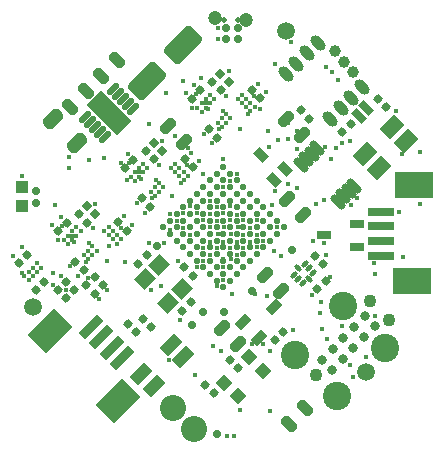
<source format=gts>
G04*
G04 #@! TF.GenerationSoftware,Altium Limited,Altium Designer,20.0.13 (296)*
G04*
G04 Layer_Color=8388736*
%FSLAX44Y44*%
%MOMM*%
G71*
G01*
G75*
%ADD49C,0.8000*%
G04:AMPARAMS|DCode=52|XSize=0.6032mm|YSize=0.7032mm|CornerRadius=0.1516mm|HoleSize=0mm|Usage=FLASHONLY|Rotation=45.000|XOffset=0mm|YOffset=0mm|HoleType=Round|Shape=RoundedRectangle|*
%AMROUNDEDRECTD52*
21,1,0.6032,0.4000,0,0,45.0*
21,1,0.3000,0.7032,0,0,45.0*
1,1,0.3032,0.2475,-0.0354*
1,1,0.3032,0.0354,-0.2475*
1,1,0.3032,-0.2475,0.0354*
1,1,0.3032,-0.0354,0.2475*
%
%ADD52ROUNDEDRECTD52*%
G04:AMPARAMS|DCode=53|XSize=0.9032mm|YSize=1.4532mm|CornerRadius=0.2766mm|HoleSize=0mm|Usage=FLASHONLY|Rotation=135.000|XOffset=0mm|YOffset=0mm|HoleType=Round|Shape=RoundedRectangle|*
%AMROUNDEDRECTD53*
21,1,0.9032,0.9000,0,0,135.0*
21,1,0.3500,1.4532,0,0,135.0*
1,1,0.5532,0.1945,0.4419*
1,1,0.5532,0.4419,0.1945*
1,1,0.5532,-0.1945,-0.4419*
1,1,0.5532,-0.4419,-0.1945*
%
%ADD53ROUNDEDRECTD53*%
G04:AMPARAMS|DCode=54|XSize=0.6032mm|YSize=0.7032mm|CornerRadius=0.1516mm|HoleSize=0mm|Usage=FLASHONLY|Rotation=180.000|XOffset=0mm|YOffset=0mm|HoleType=Round|Shape=RoundedRectangle|*
%AMROUNDEDRECTD54*
21,1,0.6032,0.4000,0,0,180.0*
21,1,0.3000,0.7032,0,0,180.0*
1,1,0.3032,-0.1500,0.2000*
1,1,0.3032,0.1500,0.2000*
1,1,0.3032,0.1500,-0.2000*
1,1,0.3032,-0.1500,-0.2000*
%
%ADD54ROUNDEDRECTD54*%
G04:AMPARAMS|DCode=55|XSize=0.6032mm|YSize=0.7032mm|CornerRadius=0.1516mm|HoleSize=0mm|Usage=FLASHONLY|Rotation=315.000|XOffset=0mm|YOffset=0mm|HoleType=Round|Shape=RoundedRectangle|*
%AMROUNDEDRECTD55*
21,1,0.6032,0.4000,0,0,315.0*
21,1,0.3000,0.7032,0,0,315.0*
1,1,0.3032,-0.0354,-0.2475*
1,1,0.3032,-0.2475,-0.0354*
1,1,0.3032,0.0354,0.2475*
1,1,0.3032,0.2475,0.0354*
%
%ADD55ROUNDEDRECTD55*%
%ADD56P,1.4187X4X360.0*%
%ADD57C,0.7032*%
G04:AMPARAMS|DCode=58|XSize=0.9032mm|YSize=1.4532mm|CornerRadius=0.2766mm|HoleSize=0mm|Usage=FLASHONLY|Rotation=45.000|XOffset=0mm|YOffset=0mm|HoleType=Round|Shape=RoundedRectangle|*
%AMROUNDEDRECTD58*
21,1,0.9032,0.9000,0,0,45.0*
21,1,0.3500,1.4532,0,0,45.0*
1,1,0.5532,0.4419,-0.1945*
1,1,0.5532,0.1945,-0.4419*
1,1,0.5532,-0.4419,0.1945*
1,1,0.5532,-0.1945,0.4419*
%
%ADD58ROUNDEDRECTD58*%
%ADD59C,0.5532*%
G04:AMPARAMS|DCode=60|XSize=0.4032mm|YSize=0.7032mm|CornerRadius=0.1516mm|HoleSize=0mm|Usage=FLASHONLY|Rotation=315.000|XOffset=0mm|YOffset=0mm|HoleType=Round|Shape=RoundedRectangle|*
%AMROUNDEDRECTD60*
21,1,0.4032,0.4000,0,0,315.0*
21,1,0.1000,0.7032,0,0,315.0*
1,1,0.3032,-0.1061,-0.1768*
1,1,0.3032,-0.1768,-0.1061*
1,1,0.3032,0.1061,0.1768*
1,1,0.3032,0.1768,0.1061*
%
%ADD60ROUNDEDRECTD60*%
G04:AMPARAMS|DCode=61|XSize=0.4032mm|YSize=0.7032mm|CornerRadius=0.1516mm|HoleSize=0mm|Usage=FLASHONLY|Rotation=45.000|XOffset=0mm|YOffset=0mm|HoleType=Round|Shape=RoundedRectangle|*
%AMROUNDEDRECTD61*
21,1,0.4032,0.4000,0,0,45.0*
21,1,0.1000,0.7032,0,0,45.0*
1,1,0.3032,0.1768,-0.1061*
1,1,0.3032,0.1061,-0.1768*
1,1,0.3032,-0.1768,0.1061*
1,1,0.3032,-0.1061,0.1768*
%
%ADD61ROUNDEDRECTD61*%
G04:AMPARAMS|DCode=62|XSize=0.8032mm|YSize=1.2532mm|CornerRadius=0mm|HoleSize=0mm|Usage=FLASHONLY|Rotation=135.000|XOffset=0mm|YOffset=0mm|HoleType=Round|Shape=Rectangle|*
%AMROTATEDRECTD62*
4,1,4,0.7271,0.1591,-0.1591,-0.7271,-0.7271,-0.1591,0.1591,0.7271,0.7271,0.1591,0.0*
%
%ADD62ROTATEDRECTD62*%

%ADD63C,0.5032*%
%ADD64C,0.4032*%
%ADD65C,1.5000*%
G04:AMPARAMS|DCode=66|XSize=0.7032mm|YSize=1.5532mm|CornerRadius=0mm|HoleSize=0mm|Usage=FLASHONLY|Rotation=45.000|XOffset=0mm|YOffset=0mm|HoleType=Round|Shape=Round|*
%AMOVALD66*
21,1,0.8500,0.7032,0.0000,0.0000,135.0*
1,1,0.7032,0.3005,-0.3005*
1,1,0.7032,-0.3005,0.3005*
%
%ADD66OVALD66*%

%ADD67P,0.9945X4X180.0*%
G04:AMPARAMS|DCode=68|XSize=1.1032mm|YSize=1.8032mm|CornerRadius=0.3266mm|HoleSize=0mm|Usage=FLASHONLY|Rotation=315.000|XOffset=0mm|YOffset=0mm|HoleType=Round|Shape=RoundedRectangle|*
%AMROUNDEDRECTD68*
21,1,1.1032,1.1500,0,0,315.0*
21,1,0.4500,1.8032,0,0,315.0*
1,1,0.6532,-0.2475,-0.5657*
1,1,0.6532,-0.5657,-0.2475*
1,1,0.6532,0.2475,0.5657*
1,1,0.6532,0.5657,0.2475*
%
%ADD68ROUNDEDRECTD68*%
G04:AMPARAMS|DCode=69|XSize=1.2032mm|YSize=0.5032mm|CornerRadius=0.1766mm|HoleSize=0mm|Usage=FLASHONLY|Rotation=225.000|XOffset=0mm|YOffset=0mm|HoleType=Round|Shape=RoundedRectangle|*
%AMROUNDEDRECTD69*
21,1,1.2032,0.1500,0,0,225.0*
21,1,0.8500,0.5032,0,0,225.0*
1,1,0.3532,-0.3536,-0.2475*
1,1,0.3532,0.2475,0.3536*
1,1,0.3532,0.3536,0.2475*
1,1,0.3532,-0.2475,-0.3536*
%
%ADD69ROUNDEDRECTD69*%
G04:AMPARAMS|DCode=70|XSize=3.7032mm|YSize=1.7032mm|CornerRadius=0mm|HoleSize=0mm|Usage=FLASHONLY|Rotation=315.000|XOffset=0mm|YOffset=0mm|HoleType=Round|Shape=Rectangle|*
%AMROTATEDRECTD70*
4,1,4,-1.9115,0.7071,-0.7071,1.9115,1.9115,-0.7071,0.7071,-1.9115,-1.9115,0.7071,0.0*
%
%ADD70ROTATEDRECTD70*%

%ADD71R,1.0032X1.0032*%
G04:AMPARAMS|DCode=72|XSize=0.6032mm|YSize=0.7032mm|CornerRadius=0.1516mm|HoleSize=0mm|Usage=FLASHONLY|Rotation=90.000|XOffset=0mm|YOffset=0mm|HoleType=Round|Shape=RoundedRectangle|*
%AMROUNDEDRECTD72*
21,1,0.6032,0.4000,0,0,90.0*
21,1,0.3000,0.7032,0,0,90.0*
1,1,0.3032,0.2000,0.1500*
1,1,0.3032,0.2000,-0.1500*
1,1,0.3032,-0.2000,-0.1500*
1,1,0.3032,-0.2000,0.1500*
%
%ADD72ROUNDEDRECTD72*%
G04:AMPARAMS|DCode=73|XSize=3.2032mm|YSize=1.8032mm|CornerRadius=0.3016mm|HoleSize=0mm|Usage=FLASHONLY|Rotation=225.000|XOffset=0mm|YOffset=0mm|HoleType=Round|Shape=RoundedRectangle|*
%AMROUNDEDRECTD73*
21,1,3.2032,1.2000,0,0,225.0*
21,1,2.6000,1.8032,0,0,225.0*
1,1,0.6032,-1.3435,-0.4950*
1,1,0.6032,0.4950,1.3435*
1,1,0.6032,1.3435,0.4950*
1,1,0.6032,-0.4950,-1.3435*
%
%ADD73ROUNDEDRECTD73*%
G04:AMPARAMS|DCode=74|XSize=0.8532mm|YSize=1.5032mm|CornerRadius=0mm|HoleSize=0mm|Usage=FLASHONLY|Rotation=45.000|XOffset=0mm|YOffset=0mm|HoleType=Round|Shape=Round|*
%AMOVALD74*
21,1,0.6500,0.8532,0.0000,0.0000,135.0*
1,1,0.8532,0.2298,-0.2298*
1,1,0.8532,-0.2298,0.2298*
%
%ADD74OVALD74*%

G04:AMPARAMS|DCode=75|XSize=0.7032mm|YSize=1.2032mm|CornerRadius=0mm|HoleSize=0mm|Usage=FLASHONLY|Rotation=225.000|XOffset=0mm|YOffset=0mm|HoleType=Round|Shape=Rectangle|*
%AMROTATEDRECTD75*
4,1,4,-0.1768,0.6740,0.6740,-0.1768,0.1768,-0.6740,-0.6740,0.1768,-0.1768,0.6740,0.0*
%
%ADD75ROTATEDRECTD75*%

%ADD76R,3.2032X2.2032*%
%ADD77R,2.2032X0.8032*%
G04:AMPARAMS|DCode=78|XSize=1.2032mm|YSize=1.7032mm|CornerRadius=0mm|HoleSize=0mm|Usage=FLASHONLY|Rotation=135.000|XOffset=0mm|YOffset=0mm|HoleType=Round|Shape=Rectangle|*
%AMROTATEDRECTD78*
4,1,4,1.0276,0.1768,-0.1768,-1.0276,-1.0276,-0.1768,0.1768,1.0276,1.0276,0.1768,0.0*
%
%ADD78ROTATEDRECTD78*%

G04:AMPARAMS|DCode=79|XSize=2.2032mm|YSize=3.2032mm|CornerRadius=0mm|HoleSize=0mm|Usage=FLASHONLY|Rotation=315.000|XOffset=0mm|YOffset=0mm|HoleType=Round|Shape=Rectangle|*
%AMROTATEDRECTD79*
4,1,4,-1.9115,-0.3536,0.3536,1.9115,1.9115,0.3536,-0.3536,-1.9115,-1.9115,-0.3536,0.0*
%
%ADD79ROTATEDRECTD79*%

G04:AMPARAMS|DCode=80|XSize=0.8032mm|YSize=2.2032mm|CornerRadius=0mm|HoleSize=0mm|Usage=FLASHONLY|Rotation=315.000|XOffset=0mm|YOffset=0mm|HoleType=Round|Shape=Rectangle|*
%AMROTATEDRECTD80*
4,1,4,-1.0629,-0.4950,0.4950,1.0629,1.0629,0.4950,-0.4950,-1.0629,-1.0629,-0.4950,0.0*
%
%ADD80ROTATEDRECTD80*%

G04:AMPARAMS|DCode=81|XSize=1.0032mm|YSize=1.7032mm|CornerRadius=0mm|HoleSize=0mm|Usage=FLASHONLY|Rotation=135.000|XOffset=0mm|YOffset=0mm|HoleType=Round|Shape=Rectangle|*
%AMROTATEDRECTD81*
4,1,4,0.9569,0.2475,-0.2475,-0.9569,-0.9569,-0.2475,0.2475,0.9569,0.9569,0.2475,0.0*
%
%ADD81ROTATEDRECTD81*%

G04:AMPARAMS|DCode=82|XSize=1.2032mm|YSize=1.4032mm|CornerRadius=0mm|HoleSize=0mm|Usage=FLASHONLY|Rotation=135.000|XOffset=0mm|YOffset=0mm|HoleType=Round|Shape=Rectangle|*
%AMROTATEDRECTD82*
4,1,4,0.9215,0.0707,-0.0707,-0.9215,-0.9215,-0.0707,0.0707,0.9215,0.9215,0.0707,0.0*
%
%ADD82ROTATEDRECTD82*%

%ADD83R,1.2532X0.8032*%
G04:AMPARAMS|DCode=84|XSize=0.8032mm|YSize=1.1032mm|CornerRadius=0mm|HoleSize=0mm|Usage=FLASHONLY|Rotation=225.000|XOffset=0mm|YOffset=0mm|HoleType=Round|Shape=Rectangle|*
%AMROTATEDRECTD84*
4,1,4,-0.1061,0.6740,0.6740,-0.1061,0.1061,-0.6740,-0.6740,0.1061,-0.1061,0.6740,0.0*
%
%ADD84ROTATEDRECTD84*%

%ADD85C,1.2032*%
%ADD86C,1.0032*%
%ADD87C,2.2032*%
%ADD88C,2.4000*%
%ADD89C,1.1000*%
G54D49*
X1546201Y984949D02*
D03*
X1537716Y993435D02*
D03*
X1518624Y957373D02*
D03*
X1510139Y965858D02*
D03*
X1555393Y994142D02*
D03*
X1546908Y1002627D02*
D03*
X1537009Y975757D02*
D03*
X1527816Y966565D02*
D03*
X1519331Y975050D02*
D03*
X1528523Y984243D02*
D03*
G54D52*
X1267929Y1024734D02*
D03*
X1275000Y1031805D02*
D03*
X1392165Y1007265D02*
D03*
X1399236Y1014335D02*
D03*
X1506465Y1025465D02*
D03*
X1513535Y1032535D02*
D03*
X1477535Y989535D02*
D03*
X1470464Y982465D02*
D03*
X1261000Y1054805D02*
D03*
X1253929Y1047733D02*
D03*
X1362071Y1054071D02*
D03*
X1355000Y1047000D02*
D03*
X1350638Y1135274D02*
D03*
X1343567Y1128202D02*
D03*
X1407137Y1193774D02*
D03*
X1400067Y1186702D02*
D03*
X1294137Y1081773D02*
D03*
X1287067Y1074702D02*
D03*
X1527657Y1158515D02*
D03*
X1534728Y1165586D02*
D03*
G54D53*
X1494511Y1088179D02*
D03*
X1481075Y1101614D02*
D03*
X1439273Y979282D02*
D03*
X1425838Y992717D02*
D03*
X1380283Y1163417D02*
D03*
X1393718Y1149982D02*
D03*
X1493270Y1156048D02*
D03*
X1479835Y1169483D02*
D03*
X1462282Y1037717D02*
D03*
X1475718Y1024282D02*
D03*
G54D54*
X1439300Y1247000D02*
D03*
X1429300D02*
D03*
X1439300Y1237000D02*
D03*
X1429300D02*
D03*
G54D55*
X1293746Y1031805D02*
D03*
X1300816Y1024734D02*
D03*
X1317779Y1021535D02*
D03*
X1310708Y1028606D02*
D03*
X1400935Y1037065D02*
D03*
X1393865Y1044135D02*
D03*
X1418535Y937465D02*
D03*
X1411465Y944535D02*
D03*
X1439535Y958465D02*
D03*
X1432465Y965535D02*
D03*
X1286929Y1025071D02*
D03*
X1294000Y1018000D02*
D03*
X1324850Y1028606D02*
D03*
X1317780Y1035677D02*
D03*
X1504465Y1053536D02*
D03*
X1511535Y1046465D02*
D03*
X1365030Y1095307D02*
D03*
X1357960Y1102378D02*
D03*
X1394460Y1135702D02*
D03*
X1401530Y1128631D02*
D03*
X1360960Y1142378D02*
D03*
X1368031Y1135307D02*
D03*
X1421530Y1153807D02*
D03*
X1414460Y1160878D02*
D03*
X1450960Y1194202D02*
D03*
X1458031Y1187131D02*
D03*
X1417460Y1200878D02*
D03*
X1424531Y1193808D02*
D03*
X1308531Y1041808D02*
D03*
X1301460Y1048879D02*
D03*
X1337960Y1082202D02*
D03*
X1345031Y1075131D02*
D03*
X1304460Y1088878D02*
D03*
X1311531Y1081807D02*
D03*
X1499281Y1169837D02*
D03*
X1492210Y1176908D02*
D03*
X1557657Y1186586D02*
D03*
X1564728Y1179514D02*
D03*
X1353234Y989092D02*
D03*
X1346163Y996163D02*
D03*
X1365962Y993335D02*
D03*
X1358891Y1000405D02*
D03*
G54D56*
X1460455Y956545D02*
D03*
X1449000Y968000D02*
D03*
X1439000Y935000D02*
D03*
X1427545Y946455D02*
D03*
G54D57*
X1485000Y1058712D02*
D03*
X1370744Y1061751D02*
D03*
X1427500Y1006000D02*
D03*
X1451000Y1024000D02*
D03*
X1409928Y1006000D02*
D03*
X1400582Y995000D02*
D03*
X1421745Y903000D02*
D03*
G54D58*
X1482282Y911282D02*
D03*
X1495717Y924718D02*
D03*
X1310324Y1193239D02*
D03*
X1296889Y1179803D02*
D03*
X1323283Y1206282D02*
D03*
X1336718Y1219717D02*
D03*
G54D59*
X1398614Y1055299D02*
D03*
X1404271Y1060956D02*
D03*
X1477810Y1077927D02*
D03*
X1472153Y1072270D02*
D03*
X1466496Y1066613D02*
D03*
X1460840Y1060956D02*
D03*
X1455183Y1055299D02*
D03*
X1449526Y1049642D02*
D03*
X1443869Y1043985D02*
D03*
X1438212Y1038329D02*
D03*
X1432555Y1032671D02*
D03*
X1426898Y1027015D02*
D03*
X1472153Y1083583D02*
D03*
X1466496Y1077927D02*
D03*
X1460840Y1072270D02*
D03*
X1455183Y1066612D02*
D03*
X1449526Y1060956D02*
D03*
X1443869Y1055299D02*
D03*
X1438212Y1049642D02*
D03*
X1432555Y1043985D02*
D03*
X1426898Y1038328D02*
D03*
X1421242Y1032671D02*
D03*
X1466496Y1089240D02*
D03*
X1460840Y1083583D02*
D03*
X1455183Y1077927D02*
D03*
X1449526Y1072270D02*
D03*
X1443869Y1066612D02*
D03*
X1438212Y1060956D02*
D03*
X1432555Y1055299D02*
D03*
X1426898Y1049642D02*
D03*
X1421242Y1043985D02*
D03*
X1415585Y1038329D02*
D03*
X1460840Y1094897D02*
D03*
X1455183Y1089240D02*
D03*
X1449526Y1083583D02*
D03*
X1443869Y1077927D02*
D03*
X1438212Y1072270D02*
D03*
X1432555Y1066613D02*
D03*
X1426898Y1060956D02*
D03*
X1421242Y1055299D02*
D03*
X1415585Y1049642D02*
D03*
X1409928Y1043985D02*
D03*
X1455183Y1100554D02*
D03*
X1449526Y1094897D02*
D03*
X1443869Y1089240D02*
D03*
X1438212Y1083583D02*
D03*
X1432555Y1077927D02*
D03*
X1426898Y1072270D02*
D03*
X1421242Y1066613D02*
D03*
X1415585Y1060956D02*
D03*
X1409928Y1055299D02*
D03*
X1404271Y1049642D02*
D03*
X1449526Y1106210D02*
D03*
X1443869Y1100554D02*
D03*
X1438212Y1094897D02*
D03*
X1432555Y1089240D02*
D03*
X1426898Y1083583D02*
D03*
X1421242Y1077927D02*
D03*
X1415585Y1072270D02*
D03*
X1409928Y1066612D02*
D03*
X1443869Y1111868D02*
D03*
X1438212Y1106211D02*
D03*
X1432555Y1100554D02*
D03*
X1426898Y1094897D02*
D03*
X1421242Y1089240D02*
D03*
X1415585Y1083583D02*
D03*
X1409928Y1077927D02*
D03*
X1404271Y1072270D02*
D03*
X1398614Y1066612D02*
D03*
X1392957Y1060956D02*
D03*
X1438212Y1117524D02*
D03*
X1432555Y1111868D02*
D03*
X1426898Y1106210D02*
D03*
X1421242Y1100554D02*
D03*
X1415585Y1094897D02*
D03*
X1409928Y1089240D02*
D03*
X1404271Y1083583D02*
D03*
X1398614Y1077927D02*
D03*
X1392957Y1072270D02*
D03*
X1387301Y1066612D02*
D03*
X1432555Y1123181D02*
D03*
X1426898Y1117524D02*
D03*
X1421242Y1111868D02*
D03*
X1415585Y1106211D02*
D03*
X1409928Y1100554D02*
D03*
X1404271Y1094897D02*
D03*
X1398614Y1089240D02*
D03*
X1392957Y1083583D02*
D03*
X1387301Y1077927D02*
D03*
X1381644Y1072270D02*
D03*
X1426898Y1128838D02*
D03*
X1421242Y1123181D02*
D03*
X1415585Y1117524D02*
D03*
X1409928Y1111868D02*
D03*
X1404271Y1106210D02*
D03*
X1398614Y1100554D02*
D03*
X1392957Y1094897D02*
D03*
X1387301Y1089240D02*
D03*
X1381644Y1083583D02*
D03*
X1375987Y1077927D02*
D03*
G54D60*
X1496122Y1046657D02*
D03*
X1499657Y1043121D02*
D03*
X1503192Y1039586D02*
D03*
X1494000Y1030394D02*
D03*
X1490464Y1033929D02*
D03*
X1486929Y1037465D02*
D03*
G54D61*
X1499657Y1033929D02*
D03*
X1490464Y1043121D02*
D03*
G54D62*
X1443560Y997995D02*
D03*
X1456995Y984560D02*
D03*
X1469723Y1010723D02*
D03*
G54D63*
X1427000Y1253697D02*
D03*
X1439428D02*
D03*
G54D64*
X1269000Y1047371D02*
D03*
X1272536Y1043836D02*
D03*
X1265465Y1043836D02*
D03*
X1269000Y1040300D02*
D03*
X1261929D02*
D03*
X1265465Y1036764D02*
D03*
X1258393D02*
D03*
X1261929Y1033229D02*
D03*
X1372512Y1115146D02*
D03*
X1376047Y1111611D02*
D03*
X1368976D02*
D03*
X1372512Y1108075D02*
D03*
X1365441D02*
D03*
X1368976Y1104540D02*
D03*
X1396779Y1121131D02*
D03*
X1393244Y1117596D02*
D03*
Y1124667D02*
D03*
X1389709Y1121131D02*
D03*
Y1128202D02*
D03*
X1386173Y1124667D02*
D03*
Y1131738D02*
D03*
X1382638Y1128202D02*
D03*
X1351924Y1117272D02*
D03*
X1348389Y1120808D02*
D03*
X1355460Y1120808D02*
D03*
X1351925Y1124343D02*
D03*
X1358995D02*
D03*
X1355460Y1127879D02*
D03*
X1362531D02*
D03*
X1358995Y1131414D02*
D03*
X1429012Y1173646D02*
D03*
X1432547Y1170111D02*
D03*
X1425476D02*
D03*
X1429012Y1166575D02*
D03*
X1421941D02*
D03*
X1425476Y1163040D02*
D03*
X1408425Y1175772D02*
D03*
X1404889Y1179308D02*
D03*
X1411960Y1179308D02*
D03*
X1408425Y1182844D02*
D03*
X1415495D02*
D03*
X1411960Y1186379D02*
D03*
X1419031D02*
D03*
X1415495Y1189914D02*
D03*
X1453279Y1179631D02*
D03*
X1449744Y1176096D02*
D03*
Y1183167D02*
D03*
X1446208Y1179631D02*
D03*
Y1186702D02*
D03*
X1442673Y1183167D02*
D03*
Y1190238D02*
D03*
X1439138Y1186702D02*
D03*
X1316012Y1061646D02*
D03*
X1319547Y1058111D02*
D03*
X1312476Y1058111D02*
D03*
X1316012Y1054575D02*
D03*
X1308941D02*
D03*
X1312476Y1051040D02*
D03*
X1340280Y1067631D02*
D03*
X1336744Y1064096D02*
D03*
Y1071167D02*
D03*
X1333208Y1067631D02*
D03*
Y1074702D02*
D03*
X1329673Y1071167D02*
D03*
Y1078238D02*
D03*
X1326138Y1074702D02*
D03*
X1295424Y1063772D02*
D03*
X1291889Y1067308D02*
D03*
X1298960D02*
D03*
X1295424Y1070843D02*
D03*
X1302495Y1070843D02*
D03*
X1298960Y1074379D02*
D03*
X1306031Y1074379D02*
D03*
X1302495Y1077914D02*
D03*
X1465747Y1146000D02*
D03*
X1573000Y1176000D02*
D03*
X1482000Y1165943D02*
D03*
X1418000Y977000D02*
D03*
X1328364Y1025000D02*
D03*
X1322000Y1017000D02*
D03*
X1289447Y1036283D02*
D03*
X1283041Y1029212D02*
D03*
X1366000Y1025000D02*
D03*
X1466000Y973000D02*
D03*
X1441000Y923000D02*
D03*
X1534000Y1151000D02*
D03*
X1593000Y1098000D02*
D03*
X1576000Y1091000D02*
D03*
X1518000Y1136000D02*
D03*
X1385568Y1155000D02*
D03*
X1397000Y1145000D02*
D03*
X1296602Y1137338D02*
D03*
X1430000Y901000D02*
D03*
X1451232Y979000D02*
D03*
X1381644Y1075710D02*
D03*
X1326232Y1136806D02*
D03*
X1433691Y1051000D02*
D03*
X1426898Y1051140D02*
D03*
X1517000Y1036000D02*
D03*
X1513465Y1054417D02*
D03*
X1501765Y1020927D02*
D03*
X1464000Y1020000D02*
D03*
X1453980Y1021000D02*
D03*
X1524000Y1203000D02*
D03*
X1514000Y1214000D02*
D03*
X1519000Y1209000D02*
D03*
X1363733Y1165464D02*
D03*
X1505000Y1098000D02*
D03*
X1438212Y1122884D02*
D03*
X1374343Y1028239D02*
D03*
X1388230Y1049642D02*
D03*
X1502697Y1066000D02*
D03*
X1489373Y1111000D02*
D03*
X1468000Y1097113D02*
D03*
X1535000Y1097000D02*
D03*
X1512000Y1065000D02*
D03*
X1486000Y990669D02*
D03*
X1312702Y1135000D02*
D03*
X1426898Y1135348D02*
D03*
X1330046Y1061763D02*
D03*
X1294000Y1025000D02*
D03*
X1312000Y1035000D02*
D03*
X1509611Y1014280D02*
D03*
X1512000Y1101000D02*
D03*
X1476071Y1053536D02*
D03*
X1465000Y1159000D02*
D03*
X1473000Y1152000D02*
D03*
X1481496Y1153000D02*
D03*
X1489244Y1159586D02*
D03*
X1390211Y999588D02*
D03*
X1283000Y1039000D02*
D03*
X1421241Y1083583D02*
D03*
Y1095000D02*
D03*
X1471000Y1216000D02*
D03*
X1378584Y1192000D02*
D03*
X1484000Y1235000D02*
D03*
X1393000Y1202000D02*
D03*
X1409408Y1123300D02*
D03*
X1344000Y1048879D02*
D03*
X1470000Y1058000D02*
D03*
X1340000Y1132100D02*
D03*
X1509062Y1005000D02*
D03*
X1534000Y961000D02*
D03*
X1510000Y992000D02*
D03*
X1462900Y1192100D02*
D03*
X1455900Y1199200D02*
D03*
X1381300Y1089240D02*
D03*
X1377000Y1065000D02*
D03*
X1387301Y1083583D02*
D03*
X1415585Y1077927D02*
D03*
Y1089240D02*
D03*
Y1100554D02*
D03*
X1455183Y1060956D02*
D03*
X1460840Y1066613D02*
D03*
X1472153Y1077927D02*
D03*
X1432555Y1117227D02*
D03*
X1426898Y1112000D02*
D03*
X1527657Y1148889D02*
D03*
X1422000Y1237000D02*
D03*
Y1247000D02*
D03*
X1593000Y1142000D02*
D03*
X1296602Y1128298D02*
D03*
X1380542Y965665D02*
D03*
X1345481Y1117900D02*
D03*
X1426898Y1033000D02*
D03*
X1460212Y979000D02*
D03*
X1436000Y901000D02*
D03*
X1364000Y1065000D02*
D03*
X1434465Y1021000D02*
D03*
X1421239Y1028239D02*
D03*
X1466000Y922000D02*
D03*
X1425000Y973000D02*
D03*
X1403000Y953000D02*
D03*
X1383512Y1104146D02*
D03*
X1284000Y1097000D02*
D03*
X1409928Y1049642D02*
D03*
X1404271Y1044000D02*
D03*
X1578000Y1140000D02*
D03*
X1481496Y1114839D02*
D03*
X1470496Y1108839D02*
D03*
X1426898Y1044000D02*
D03*
X1429000Y995000D02*
D03*
X1539750Y1102289D02*
D03*
X1489373Y1143919D02*
D03*
X1513000Y1146000D02*
D03*
X1522000Y1144628D02*
D03*
X1457677Y1177669D02*
D03*
X1527722Y994142D02*
D03*
X1537000Y951000D02*
D03*
X1555022Y1002629D02*
D03*
X1515000Y983000D02*
D03*
X1578580Y1053000D02*
D03*
X1548000Y968000D02*
D03*
X1256000Y1121000D02*
D03*
X1248719Y1053281D02*
D03*
X1256000Y1061000D02*
D03*
X1407621Y1204000D02*
D03*
X1256000Y1039000D02*
D03*
X1554000Y1048000D02*
D03*
X1555393Y1038000D02*
D03*
X1422123Y1072270D02*
D03*
X1427780Y1077927D02*
D03*
X1433436Y1072270D02*
D03*
X1438212Y1088358D02*
D03*
X1432555Y1084465D02*
D03*
X1426898Y1065731D02*
D03*
X1439094Y1077927D02*
D03*
X1426898Y1090122D02*
D03*
X1438212Y1065731D02*
D03*
X1415584D02*
D03*
X1443869Y1071387D02*
D03*
X1409928Y1084465D02*
D03*
X1443869D02*
D03*
X1421241Y1060074D02*
D03*
X1432555D02*
D03*
X1449526Y1077044D02*
D03*
X1432555Y1095779D02*
D03*
X1409928Y1060074D02*
D03*
X1443869D02*
D03*
X1449526Y1065731D02*
D03*
X1404271Y1090122D02*
D03*
X1438212Y1054417D02*
D03*
X1415584D02*
D03*
X1398614Y1071387D02*
D03*
X1455182D02*
D03*
Y1084465D02*
D03*
X1392957Y1077044D02*
D03*
X1398614Y1095779D02*
D03*
X1392957Y1090122D02*
D03*
X1410280Y1156700D02*
D03*
X1417200Y1148900D02*
D03*
X1395000Y1191900D02*
D03*
X1402410Y1198500D02*
D03*
X1426357Y1176300D02*
D03*
X1400100Y1179308D02*
D03*
X1431500Y1209800D02*
D03*
X1452879Y1188979D02*
D03*
X1429300Y1189009D02*
D03*
X1411960Y1182843D02*
D03*
X1413601Y1177669D02*
D03*
X1441364Y1161364D02*
D03*
X1403500Y1190600D02*
D03*
X1447400Y1173729D02*
D03*
X1423315Y1160879D02*
D03*
X1353780Y1098200D02*
D03*
X1360700Y1090400D02*
D03*
X1406400Y1133600D02*
D03*
X1399400Y1140700D02*
D03*
X1345910Y1140000D02*
D03*
X1369857Y1117800D02*
D03*
X1375000Y1151300D02*
D03*
X1396379Y1130479D02*
D03*
X1372800Y1130509D02*
D03*
X1355460Y1124343D02*
D03*
X1357101Y1119168D02*
D03*
X1347000Y1132100D02*
D03*
X1390900Y1115229D02*
D03*
X1366815Y1102379D02*
D03*
X1349900Y1080100D02*
D03*
X1342900Y1087200D02*
D03*
X1289411Y1086500D02*
D03*
X1282000Y1079900D02*
D03*
X1297280Y1044700D02*
D03*
X1304200Y1036900D02*
D03*
X1300601Y1065668D02*
D03*
X1318500Y1097800D02*
D03*
X1339879Y1076979D02*
D03*
X1310315Y1048879D02*
D03*
X1316300Y1077009D02*
D03*
X1298960Y1070843D02*
D03*
X1290500Y1078600D02*
D03*
X1313357Y1064300D02*
D03*
X1287100Y1067308D02*
D03*
X1328364Y1049364D02*
D03*
G54D65*
X1479791Y1244000D02*
D03*
X1266000Y1010000D02*
D03*
X1548000Y955000D02*
D03*
G54D66*
X1501565Y1140031D02*
D03*
X1523839Y1099372D02*
D03*
X1528435Y1103969D02*
D03*
X1533031Y1108565D02*
D03*
X1537628Y1113161D02*
D03*
X1492372Y1130839D02*
D03*
X1496969Y1135435D02*
D03*
X1506161Y1144628D02*
D03*
G54D67*
X1367924Y1149449D02*
D03*
X1374995Y1142378D02*
D03*
X1424424Y1207949D02*
D03*
X1431495Y1200878D02*
D03*
X1311424Y1095949D02*
D03*
X1318495Y1088878D02*
D03*
G54D68*
X1282247Y1169753D02*
D03*
X1302753Y1149247D02*
D03*
G54D69*
X1326465Y1153994D02*
D03*
X1322222Y1158236D02*
D03*
X1317979Y1162479D02*
D03*
X1313737Y1166722D02*
D03*
X1309494Y1170964D02*
D03*
X1333536Y1195006D02*
D03*
X1337778Y1190764D02*
D03*
X1342021Y1186521D02*
D03*
X1346263Y1182278D02*
D03*
X1350506Y1178036D02*
D03*
G54D70*
X1330000Y1174500D02*
D03*
G54D71*
X1256000Y1095800D02*
D03*
X1256000Y1112000D02*
D03*
G54D72*
X1268500Y1108500D02*
D03*
Y1098500D02*
D03*
G54D73*
X1393056Y1232556D02*
D03*
X1361944Y1201444D02*
D03*
G54D74*
X1517268Y1169791D02*
D03*
X1526248Y1178771D02*
D03*
X1535228Y1187752D02*
D03*
X1544209Y1196732D02*
D03*
X1479791Y1207268D02*
D03*
X1488772Y1216248D02*
D03*
X1497752Y1225228D02*
D03*
X1506732Y1234209D02*
D03*
G54D75*
X1541380Y1172222D02*
D03*
X1547744Y1178586D02*
D03*
G54D76*
X1588000Y1114000D02*
D03*
X1587000Y1032000D02*
D03*
G54D77*
X1560000Y1066000D02*
D03*
Y1054000D02*
D03*
Y1079000D02*
D03*
Y1091000D02*
D03*
G54D78*
X1558757Y1128029D02*
D03*
X1546737Y1140050D02*
D03*
X1581385Y1150657D02*
D03*
X1569364Y1162678D02*
D03*
G54D79*
X1337678Y931109D02*
D03*
X1280402Y989799D02*
D03*
G54D80*
X1323536Y984849D02*
D03*
X1315051Y993335D02*
D03*
X1332728Y975657D02*
D03*
X1341213Y967171D02*
D03*
G54D81*
X1368083Y943130D02*
D03*
X1357477Y953736D02*
D03*
X1392832Y967879D02*
D03*
X1382225Y978485D02*
D03*
G54D82*
X1392256Y1025957D02*
D03*
X1372457Y1045756D02*
D03*
X1360437Y1033736D02*
D03*
X1380235Y1013937D02*
D03*
G54D83*
X1539750Y1061500D02*
D03*
Y1080500D02*
D03*
X1512250Y1071000D02*
D03*
G54D84*
X1469855Y1118288D02*
D03*
X1479048Y1127480D02*
D03*
X1458541Y1138794D02*
D03*
G54D85*
X1420000Y1255000D02*
D03*
X1446000Y1253000D02*
D03*
G54D86*
X1521000Y1227000D02*
D03*
X1529000Y1218000D02*
D03*
X1537000Y1209000D02*
D03*
G54D87*
X1401910Y906935D02*
D03*
X1384232Y924613D02*
D03*
G54D88*
X1487511Y970101D02*
D03*
X1522867Y934745D02*
D03*
X1563878Y975757D02*
D03*
X1528523Y1011113D02*
D03*
G54D89*
X1505189Y952423D02*
D03*
X1567414Y999092D02*
D03*
X1551151Y1015355D02*
D03*
M02*

</source>
